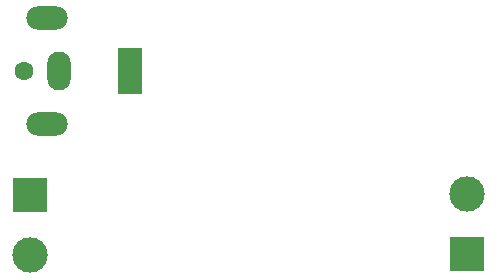
<source format=gbs>
%TF.GenerationSoftware,KiCad,Pcbnew,7.0.5-1.fc38*%
%TF.CreationDate,2023-07-21T11:59:43-04:00*%
%TF.ProjectId,driver-v0,64726976-6572-42d7-9630-2e6b69636164,rev?*%
%TF.SameCoordinates,Original*%
%TF.FileFunction,Soldermask,Bot*%
%TF.FilePolarity,Negative*%
%FSLAX46Y46*%
G04 Gerber Fmt 4.6, Leading zero omitted, Abs format (unit mm)*
G04 Created by KiCad (PCBNEW 7.0.5-1.fc38) date 2023-07-21 11:59:43*
%MOMM*%
%LPD*%
G01*
G04 APERTURE LIST*
%ADD10R,3.000000X3.000000*%
%ADD11C,3.000000*%
%ADD12C,1.600000*%
%ADD13R,2.000000X4.000000*%
%ADD14O,2.000000X3.300000*%
%ADD15O,3.500000X2.000000*%
G04 APERTURE END LIST*
D10*
%TO.C,J2*%
X130000000Y-116460000D03*
D11*
X130000000Y-121540000D03*
%TD*%
D12*
%TO.C,J3*%
X129500000Y-106000000D03*
D13*
X138500000Y-106000000D03*
D14*
X132500000Y-106000000D03*
D15*
X131500000Y-101500000D03*
X131500000Y-110500000D03*
%TD*%
D10*
%TO.C,J1*%
X167000000Y-121500000D03*
D11*
X167000000Y-116420000D03*
%TD*%
M02*

</source>
